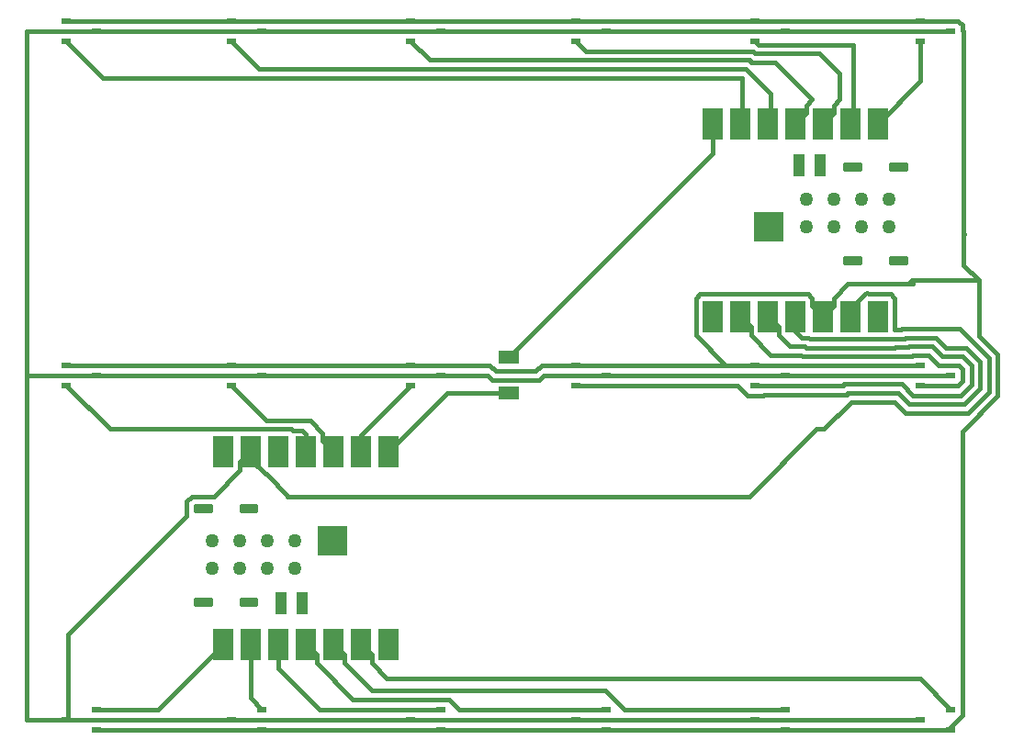
<source format=gbr>
G04 EAGLE Gerber RS-274X export*
G75*
%MOMM*%
%FSLAX34Y34*%
%LPD*%
%INTop Copper*%
%IPPOS*%
%AMOC8*
5,1,8,0,0,1.08239X$1,22.5*%
G01*
G04 Define Apertures*
%ADD10R,1.905000X2.921000*%
%ADD11R,1.016000X2.032000*%
%ADD12C,1.270000*%
%ADD13C,0.444500*%
%ADD14R,2.794000X2.794000*%
%ADD15R,0.900000X0.600000*%
%ADD16R,1.905000X1.270000*%
%ADD17C,0.406400*%
D10*
X848360Y727202D03*
X822960Y727202D03*
X797560Y727202D03*
X772160Y727202D03*
X746760Y727202D03*
X721360Y727202D03*
X695960Y727202D03*
X695960Y549402D03*
X721360Y549402D03*
X746760Y549402D03*
X772160Y549402D03*
X797560Y549402D03*
X822960Y549402D03*
X848360Y549402D03*
D11*
X795020Y689102D03*
X775970Y689102D03*
D12*
X858520Y657352D03*
X833120Y657352D03*
X807720Y657352D03*
X807720Y631952D03*
X833120Y631952D03*
X858520Y631952D03*
D13*
X873570Y685355D02*
X873570Y689801D01*
X873570Y685355D02*
X860234Y685355D01*
X860234Y689801D01*
X873570Y689801D01*
X873570Y689578D02*
X860234Y689578D01*
X831660Y689801D02*
X831660Y685355D01*
X818324Y685355D01*
X818324Y689801D01*
X831660Y689801D01*
X831660Y689578D02*
X818324Y689578D01*
X831660Y603441D02*
X831660Y598995D01*
X818324Y598995D01*
X818324Y603441D01*
X831660Y603441D01*
X831660Y603218D02*
X818324Y603218D01*
X873570Y603441D02*
X873570Y598995D01*
X860234Y598995D01*
X860234Y603441D01*
X873570Y603441D01*
X873570Y603218D02*
X860234Y603218D01*
D14*
X748030Y631952D03*
D12*
X782320Y657352D03*
X782320Y631952D03*
D10*
X244729Y247069D03*
X270129Y247069D03*
X295529Y247069D03*
X320929Y247069D03*
X346329Y247069D03*
X371729Y247069D03*
X397129Y247069D03*
X397129Y424869D03*
X371729Y424869D03*
X346329Y424869D03*
X320929Y424869D03*
X295529Y424869D03*
X270129Y424869D03*
X244729Y424869D03*
D11*
X298069Y285169D03*
X317119Y285169D03*
D12*
X234569Y316919D03*
X259969Y316919D03*
X285369Y316919D03*
X285369Y342319D03*
X259969Y342319D03*
X234569Y342319D03*
D13*
X219519Y288916D02*
X219519Y284470D01*
X219519Y288916D02*
X232855Y288916D01*
X232855Y284470D01*
X219519Y284470D01*
X219519Y288693D02*
X232855Y288693D01*
X261429Y288916D02*
X261429Y284470D01*
X261429Y288916D02*
X274765Y288916D01*
X274765Y284470D01*
X261429Y284470D01*
X261429Y288693D02*
X274765Y288693D01*
X261429Y370830D02*
X261429Y375276D01*
X274765Y375276D01*
X274765Y370830D01*
X261429Y370830D01*
X261429Y375053D02*
X274765Y375053D01*
X219519Y375276D02*
X219519Y370830D01*
X219519Y375276D02*
X232855Y375276D01*
X232855Y370830D01*
X219519Y370830D01*
X219519Y375053D02*
X232855Y375053D01*
D14*
X345059Y342319D03*
D12*
X310769Y316919D03*
X310769Y342319D03*
D15*
X128300Y168300D03*
X128300Y187300D03*
X100300Y177800D03*
X570200Y504800D03*
X570200Y485800D03*
X598200Y495300D03*
X417800Y822300D03*
X417800Y803300D03*
X445800Y812800D03*
X570200Y822300D03*
X570200Y803300D03*
X598200Y812800D03*
X763300Y168300D03*
X763300Y187300D03*
X735300Y177800D03*
X735300Y504800D03*
X735300Y485800D03*
X763300Y495300D03*
X915700Y168300D03*
X915700Y187300D03*
X887700Y177800D03*
X887700Y504800D03*
X887700Y485800D03*
X915700Y495300D03*
X735300Y822300D03*
X735300Y803300D03*
X763300Y812800D03*
X887700Y822300D03*
X887700Y803300D03*
X915700Y812800D03*
X100300Y504800D03*
X100300Y485800D03*
X128300Y495300D03*
X280700Y168300D03*
X280700Y187300D03*
X252700Y177800D03*
X252700Y504800D03*
X252700Y485800D03*
X280700Y495300D03*
X100300Y822300D03*
X100300Y803300D03*
X128300Y812800D03*
X252700Y822300D03*
X252700Y803300D03*
X280700Y812800D03*
X445800Y168300D03*
X445800Y187300D03*
X417800Y177800D03*
X417800Y504800D03*
X417800Y485800D03*
X445800Y495300D03*
X598200Y168300D03*
X598200Y187300D03*
X570200Y177800D03*
D16*
X508000Y511810D03*
X508000Y478790D03*
D17*
X252700Y822300D02*
X100300Y822300D01*
X252700Y822300D02*
X417800Y822300D01*
X570200Y822300D01*
X735300Y822300D01*
X887700Y822300D01*
X252700Y504800D02*
X100300Y504800D01*
X252700Y504800D02*
X417800Y504800D01*
X870510Y504317D02*
X870993Y504800D01*
X887700Y504800D01*
X774927Y504800D02*
X735300Y504800D01*
X774927Y504800D02*
X775410Y504317D01*
X870510Y504317D01*
X807339Y559181D02*
X807339Y566532D01*
X807339Y559181D02*
X797560Y549402D01*
X876300Y579628D02*
X880618Y579628D01*
X876300Y579628D02*
X820435Y579628D01*
X807339Y566532D01*
X926296Y813604D02*
X926296Y818325D01*
X926296Y813604D02*
X927100Y812800D01*
X922321Y822300D02*
X887700Y822300D01*
X922321Y822300D02*
X926296Y818325D01*
X927100Y812800D02*
X927100Y626110D01*
X915700Y168300D02*
X763300Y168300D01*
X598200Y168300D01*
X280700Y168300D02*
X128300Y168300D01*
X280700Y168300D02*
X445800Y168300D01*
X598200Y168300D01*
X787781Y566532D02*
X784210Y570103D01*
X683910Y570103D02*
X680339Y566532D01*
X680339Y532272D01*
X787781Y559181D02*
X797560Y549402D01*
X787781Y559181D02*
X787781Y566532D01*
X784210Y570103D02*
X683910Y570103D01*
X680339Y532272D02*
X707811Y504800D01*
X735300Y504800D01*
X958808Y514292D02*
X958808Y476308D01*
X915700Y171179D02*
X915700Y168300D01*
X915700Y171179D02*
X926296Y181775D01*
X926296Y443796D02*
X958808Y476308D01*
X958808Y514292D02*
X941253Y531847D01*
X941253Y582747D01*
X926296Y443796D02*
X926296Y181775D01*
X707811Y504800D02*
X570200Y504800D01*
X538186Y504800D01*
X532750Y499364D01*
X495950Y499364D01*
X490514Y504800D02*
X417800Y504800D01*
X490514Y504800D02*
X495950Y499364D01*
X927100Y626110D02*
X927989Y625221D01*
X927100Y626110D02*
X927100Y596900D01*
X941253Y582747D01*
X879419Y582747D01*
X876300Y579628D01*
X280700Y812800D02*
X128300Y812800D01*
X280700Y812800D02*
X445800Y812800D01*
X598200Y812800D01*
X763300Y812800D01*
X915700Y812800D01*
X915700Y495300D02*
X763300Y495300D01*
X598200Y495300D01*
X280700Y495300D02*
X128300Y495300D01*
X791479Y445570D02*
X798830Y445570D01*
X824176Y470916D01*
X863473Y470916D01*
X873941Y460448D01*
X931453Y460448D01*
X950680Y479675D02*
X950680Y510925D01*
X923325Y538280D01*
X950680Y479675D02*
X931453Y460448D01*
X869607Y537312D02*
X870575Y538280D01*
X869607Y537312D02*
X863981Y537312D01*
X870575Y538280D02*
X923325Y538280D01*
X863981Y537312D02*
X863981Y566532D01*
X860410Y570103D01*
X839597Y570103D01*
X838200Y571500D01*
X836803Y570103D01*
X836310Y570103D01*
X822960Y556753D01*
X822960Y549402D01*
X791479Y445570D02*
X729503Y383594D01*
X101600Y177800D02*
X100300Y177800D01*
X101600Y177800D02*
X252700Y177800D01*
X417800Y177800D01*
X570200Y177800D01*
X735300Y177800D01*
X887700Y177800D01*
X729503Y383594D02*
X304800Y383594D01*
X304053Y383594D01*
X304800Y383594D02*
X284226Y404168D01*
X283479Y404168D01*
X270129Y417518D01*
X270129Y424869D01*
X101600Y256340D02*
X101600Y177800D01*
X260350Y415090D02*
X270129Y424869D01*
X260350Y415090D02*
X260350Y407739D01*
X216074Y383594D02*
X211201Y378721D01*
X211201Y365941D02*
X101600Y256340D01*
X211201Y365941D02*
X211201Y378721D01*
X236205Y383594D02*
X260350Y407739D01*
X236205Y383594D02*
X216074Y383594D01*
X128300Y812800D02*
X63500Y812800D01*
X63500Y495300D01*
X128300Y495300D01*
X63500Y495300D02*
X63500Y177800D01*
X100300Y177800D01*
X280700Y495300D02*
X445800Y495300D01*
X536117Y491236D02*
X540181Y495300D01*
X598200Y495300D01*
X488519Y495300D02*
X445800Y495300D01*
X488519Y495300D02*
X492583Y491236D01*
X536117Y491236D01*
X887700Y766542D02*
X887700Y803300D01*
X887700Y766542D02*
X848360Y727202D01*
X738500Y800100D02*
X735300Y803300D01*
X738500Y800100D02*
X825500Y800100D01*
X825500Y729742D01*
X822960Y727202D01*
X807339Y736981D02*
X807339Y744332D01*
X807339Y736981D02*
X797560Y727202D01*
X807339Y744332D02*
X812800Y749793D01*
X812800Y773495D01*
X794323Y791972D01*
X735133Y791972D02*
X732901Y794204D01*
X735133Y791972D02*
X794323Y791972D01*
X732901Y794204D02*
X579296Y794204D01*
X570200Y803300D01*
X781939Y744332D02*
X781939Y736981D01*
X772160Y727202D01*
X781939Y744332D02*
X787400Y749793D01*
X753349Y783844D01*
X731767Y783844D02*
X729535Y786076D01*
X731767Y783844D02*
X753349Y783844D01*
X729535Y786076D02*
X435024Y786076D01*
X417800Y803300D01*
X746760Y727202D02*
X749300Y729742D01*
X749300Y754816D01*
X726168Y777948D01*
X278052Y777948D01*
X252700Y803300D01*
X720979Y727202D02*
X721360Y727202D01*
X133780Y769820D02*
X100300Y803300D01*
X133780Y769820D02*
X722801Y769820D01*
X722801Y728643D01*
X721360Y727202D01*
X728275Y476704D02*
X742325Y476704D01*
X743293Y477672D01*
X719179Y485800D02*
X570200Y485800D01*
X719179Y485800D02*
X728275Y476704D01*
X743293Y477672D02*
X819437Y477672D01*
X820809Y479044D01*
X866840Y479044D01*
X877308Y468576D01*
X777948Y530152D02*
X772160Y535940D01*
X772160Y549402D01*
X784059Y530152D02*
X785510Y528701D01*
X784059Y530152D02*
X777948Y530152D01*
X942552Y507559D02*
X942552Y483041D01*
X942552Y507559D02*
X929459Y520652D01*
X910959Y520652D01*
X928087Y468576D02*
X877308Y468576D01*
X928087Y468576D02*
X942552Y483041D01*
X901459Y530152D02*
X873941Y530152D01*
X872973Y529184D01*
X860893Y529184D01*
X860410Y528701D01*
X901459Y530152D02*
X910959Y520652D01*
X860410Y528701D02*
X785510Y528701D01*
X816071Y485800D02*
X735300Y485800D01*
X816071Y485800D02*
X817443Y487172D01*
X870207Y487172D01*
X880675Y476704D01*
X782143Y520573D02*
X780692Y522024D01*
X756539Y532272D02*
X756539Y539623D01*
X746760Y549402D01*
X766787Y522024D02*
X780692Y522024D01*
X766787Y522024D02*
X756539Y532272D01*
X934424Y504192D02*
X934424Y486408D01*
X934424Y504192D02*
X926092Y512524D01*
X907592Y512524D01*
X924720Y476704D02*
X880675Y476704D01*
X924720Y476704D02*
X934424Y486408D01*
X898092Y522024D02*
X877308Y522024D01*
X876340Y521056D01*
X864260Y521056D01*
X863777Y520573D01*
X898092Y522024D02*
X907592Y512524D01*
X863777Y520573D02*
X782143Y520573D01*
X777325Y513896D02*
X778776Y512445D01*
X731139Y532272D02*
X731139Y539623D01*
X721360Y549402D01*
X749515Y513896D02*
X777325Y513896D01*
X749515Y513896D02*
X731139Y532272D01*
X926296Y500825D02*
X926296Y489775D01*
X926296Y500825D02*
X922725Y504396D01*
X904225Y504396D01*
X887700Y485800D02*
X922321Y485800D01*
X926296Y489775D01*
X894725Y513896D02*
X880675Y513896D01*
X879707Y512928D01*
X867627Y512928D01*
X867144Y512445D01*
X778776Y512445D01*
X894725Y513896D02*
X904225Y504396D01*
X244729Y247069D02*
X184960Y187300D01*
X128300Y187300D01*
X270129Y197871D02*
X270129Y247069D01*
X270129Y197871D02*
X280700Y187300D01*
X333400Y187300D02*
X445800Y187300D01*
X333400Y187300D02*
X295529Y225171D01*
X295529Y247069D01*
X330708Y237290D02*
X330708Y229939D01*
X330708Y237290D02*
X320929Y247069D01*
X461921Y187300D02*
X598200Y187300D01*
X461921Y187300D02*
X452825Y196396D01*
X364251Y196396D01*
X330708Y229939D01*
X356108Y229939D02*
X356108Y237290D01*
X346329Y247069D01*
X614321Y187300D02*
X763300Y187300D01*
X614321Y187300D02*
X597097Y204524D01*
X381523Y204524D01*
X356108Y229939D01*
X887100Y215900D02*
X915700Y187300D01*
X887100Y215900D02*
X395547Y215900D01*
X381508Y229939D02*
X381508Y237290D01*
X371729Y247069D01*
X381508Y229939D02*
X395547Y215900D01*
X308649Y444500D02*
X307579Y445570D01*
X308649Y444500D02*
X317500Y444500D01*
X140530Y445570D02*
X100300Y485800D01*
X140530Y445570D02*
X307579Y445570D01*
X317500Y444500D02*
X320929Y441071D01*
X320929Y424869D01*
X284802Y453698D02*
X252700Y485800D01*
X336550Y441999D02*
X336550Y434648D01*
X346329Y424869D01*
X324851Y453698D02*
X284802Y453698D01*
X324851Y453698D02*
X336550Y441999D01*
X371729Y439729D02*
X417800Y485800D01*
X371729Y439729D02*
X371729Y424869D01*
X397129Y424869D02*
X451050Y478790D01*
X508000Y478790D01*
X508000Y511810D02*
X695960Y699770D01*
X695960Y727202D01*
M02*

</source>
